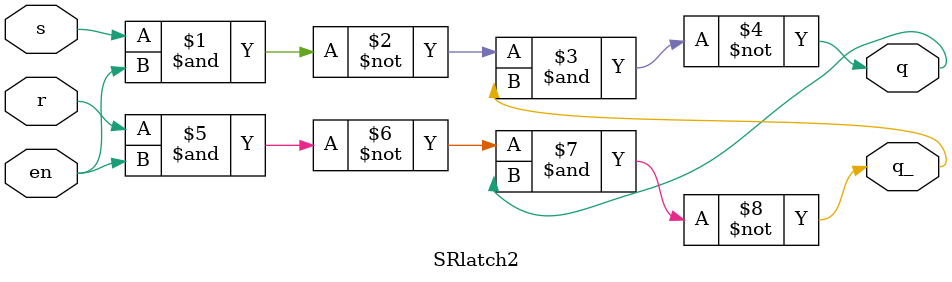
<source format=v>
`timescale 1ns / 1ps


module SRlatch2(
    en,
    s,
    r,
    q,
    q_
    );
    
    input en,s,r;
    output q,q_;
    
    assign q = ~(~(s&en)&q_);
    assign q_ = ~(~(r&en)&q);
    
endmodule

</source>
